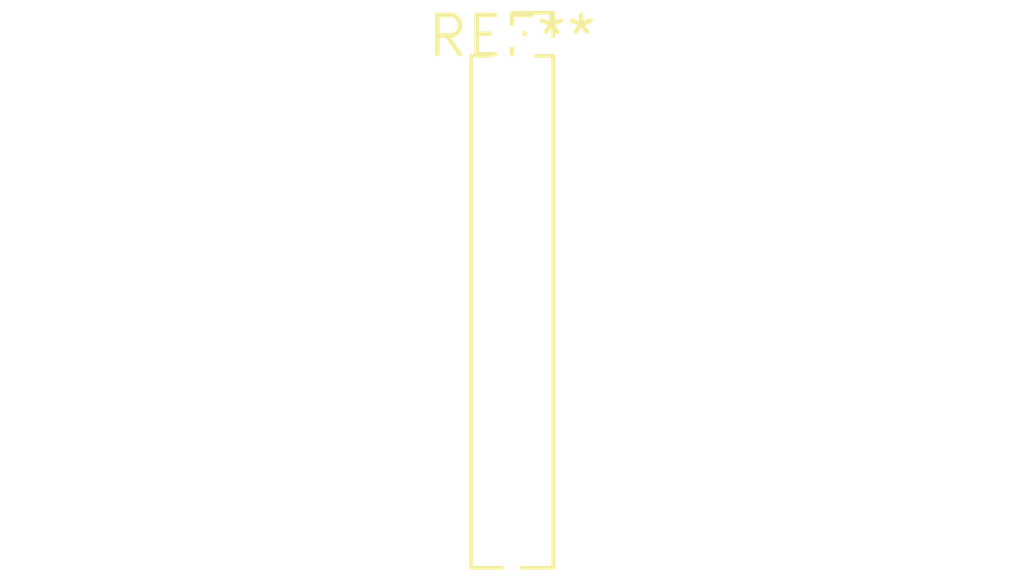
<source format=kicad_pcb>
(kicad_pcb (version 20240108) (generator pcbnew)
  (layers (0 "F.Cu" signal) (31 "B.Cu" signal) (34 "B.Paste" user) (35 "F.Paste" user) (36 "B.SilkS" user "B.Silkscreen") (37 "F.SilkS" user "F.Silkscreen") (38 "B.Mask" user) (39 "F.Mask" user) (44 "Edge.Cuts" user))
  (net 0 "")
  (footprint "PinSocket_1x14_P1.27mm_Vertical" (layer "F.Cu") (at 0 0)
    (property "Reference" "REF**")
    (property "Value" "PinSocket_1x14_P1.27mm_Vertical")
    (fp_line (start -1.33 0.635) (end -1.33 17.205) (layer "F.SilkS") (stroke (width 0.12)))
    (fp_line (start -1.33 0.635) (end -0.76 0.635) (layer "F.SilkS") (stroke (width 0.12)))
    (fp_line (start -1.33 17.205) (end -0.30753 17.205) (layer "F.SilkS") (stroke (width 0.12)))
    (fp_line (start 0 -0.76) (end 1.33 -0.76) (layer "F.SilkS") (stroke (width 0.12)))
    (fp_line (start 0.30753 17.205) (end 1.33 17.205) (layer "F.SilkS") (stroke (width 0.12)))
    (fp_line (start 0.76 0.635) (end 1.33 0.635) (layer "F.SilkS") (stroke (width 0.12)))
    (fp_line (start 1.33 -0.76) (end 1.33 0) (layer "F.SilkS") (stroke (width 0.12)))
    (fp_line (start 1.33 0.635) (end 1.33 17.205) (layer "F.SilkS") (stroke (width 0.12)))
    (pad "1" thru_hole rect (at 0 0) (size 1 1) (drill 0.7) (layers *.Cu *.Mask) (remove_unused_layers))
    (pad "2" thru_hole oval (at 0 1.27) (size 1 1) (drill 0.7) (layers *.Cu *.Mask) (remove_unused_layers))
    (pad "3" thru_hole oval (at 0 2.54) (size 1 1) (drill 0.7) (layers *.Cu *.Mask) (remove_unused_layers))
    (pad "4" thru_hole oval (at 0 3.81) (size 1 1) (drill 0.7) (layers *.Cu *.Mask) (remove_unused_layers))
    (pad "5" thru_hole oval (at 0 5.08) (size 1 1) (drill 0.7) (layers *.Cu *.Mask) (remove_unused_layers))
    (pad "6" thru_hole oval (at 0 6.35) (size 1 1) (drill 0.7) (layers *.Cu *.Mask) (remove_unused_layers))
    (pad "7" thru_hole oval (at 0 7.62) (size 1 1) (drill 0.7) (layers *.Cu *.Mask) (remove_unused_layers))
    (pad "8" thru_hole oval (at 0 8.89) (size 1 1) (drill 0.7) (layers *.Cu *.Mask) (remove_unused_layers))
    (pad "9" thru_hole oval (at 0 10.16) (size 1 1) (drill 0.7) (layers *.Cu *.Mask) (remove_unused_layers))
    (pad "10" thru_hole oval (at 0 11.43) (size 1 1) (drill 0.7) (layers *.Cu *.Mask) (remove_unused_layers))
    (pad "11" thru_hole oval (at 0 12.7) (size 1 1) (drill 0.7) (layers *.Cu *.Mask) (remove_unused_layers))
    (pad "12" thru_hole oval (at 0 13.97) (size 1 1) (drill 0.7) (layers *.Cu *.Mask) (remove_unused_layers))
    (pad "13" thru_hole oval (at 0 15.24) (size 1 1) (drill 0.7) (layers *.Cu *.Mask) (remove_unused_layers))
    (pad "14" thru_hole oval (at 0 16.51) (size 1 1) (drill 0.7) (layers *.Cu *.Mask) (remove_unused_layers))
  )
)
</source>
